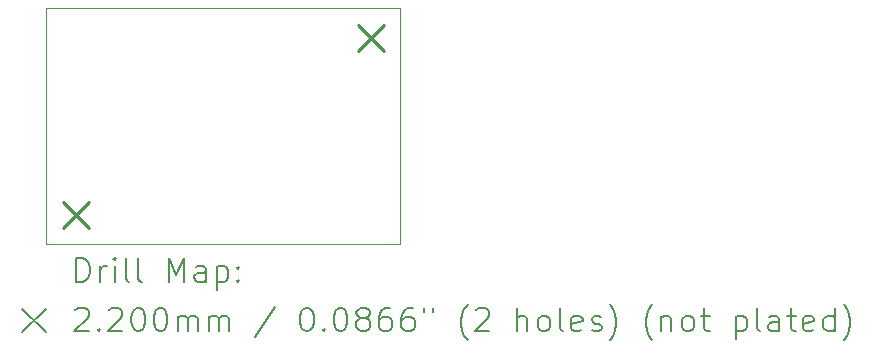
<source format=gbr>
%TF.GenerationSoftware,KiCad,Pcbnew,8.0.5*%
%TF.CreationDate,2024-10-20T21:33:04-07:00*%
%TF.ProjectId,bme688-ezzat-suhaime,626d6536-3838-42d6-957a-7a61742d7375,rev?*%
%TF.SameCoordinates,Original*%
%TF.FileFunction,Drillmap*%
%TF.FilePolarity,Positive*%
%FSLAX45Y45*%
G04 Gerber Fmt 4.5, Leading zero omitted, Abs format (unit mm)*
G04 Created by KiCad (PCBNEW 8.0.5) date 2024-10-20 21:33:04*
%MOMM*%
%LPD*%
G01*
G04 APERTURE LIST*
%ADD10C,0.100000*%
%ADD11C,0.200000*%
%ADD12C,0.220000*%
G04 APERTURE END LIST*
D10*
X21200000Y-8700000D02*
X24200000Y-8700000D01*
X24200000Y-10700000D01*
X21200000Y-10700000D01*
X21200000Y-8700000D01*
D11*
D12*
X21340000Y-10340000D02*
X21560000Y-10560000D01*
X21560000Y-10340000D02*
X21340000Y-10560000D01*
X23840000Y-8840000D02*
X24060000Y-9060000D01*
X24060000Y-8840000D02*
X23840000Y-9060000D01*
D11*
X21455777Y-11016484D02*
X21455777Y-10816484D01*
X21455777Y-10816484D02*
X21503396Y-10816484D01*
X21503396Y-10816484D02*
X21531967Y-10826008D01*
X21531967Y-10826008D02*
X21551015Y-10845055D01*
X21551015Y-10845055D02*
X21560539Y-10864103D01*
X21560539Y-10864103D02*
X21570063Y-10902198D01*
X21570063Y-10902198D02*
X21570063Y-10930770D01*
X21570063Y-10930770D02*
X21560539Y-10968865D01*
X21560539Y-10968865D02*
X21551015Y-10987912D01*
X21551015Y-10987912D02*
X21531967Y-11006960D01*
X21531967Y-11006960D02*
X21503396Y-11016484D01*
X21503396Y-11016484D02*
X21455777Y-11016484D01*
X21655777Y-11016484D02*
X21655777Y-10883150D01*
X21655777Y-10921246D02*
X21665301Y-10902198D01*
X21665301Y-10902198D02*
X21674824Y-10892674D01*
X21674824Y-10892674D02*
X21693872Y-10883150D01*
X21693872Y-10883150D02*
X21712920Y-10883150D01*
X21779586Y-11016484D02*
X21779586Y-10883150D01*
X21779586Y-10816484D02*
X21770063Y-10826008D01*
X21770063Y-10826008D02*
X21779586Y-10835531D01*
X21779586Y-10835531D02*
X21789110Y-10826008D01*
X21789110Y-10826008D02*
X21779586Y-10816484D01*
X21779586Y-10816484D02*
X21779586Y-10835531D01*
X21903396Y-11016484D02*
X21884348Y-11006960D01*
X21884348Y-11006960D02*
X21874824Y-10987912D01*
X21874824Y-10987912D02*
X21874824Y-10816484D01*
X22008158Y-11016484D02*
X21989110Y-11006960D01*
X21989110Y-11006960D02*
X21979586Y-10987912D01*
X21979586Y-10987912D02*
X21979586Y-10816484D01*
X22236729Y-11016484D02*
X22236729Y-10816484D01*
X22236729Y-10816484D02*
X22303396Y-10959341D01*
X22303396Y-10959341D02*
X22370062Y-10816484D01*
X22370062Y-10816484D02*
X22370062Y-11016484D01*
X22551015Y-11016484D02*
X22551015Y-10911722D01*
X22551015Y-10911722D02*
X22541491Y-10892674D01*
X22541491Y-10892674D02*
X22522443Y-10883150D01*
X22522443Y-10883150D02*
X22484348Y-10883150D01*
X22484348Y-10883150D02*
X22465301Y-10892674D01*
X22551015Y-11006960D02*
X22531967Y-11016484D01*
X22531967Y-11016484D02*
X22484348Y-11016484D01*
X22484348Y-11016484D02*
X22465301Y-11006960D01*
X22465301Y-11006960D02*
X22455777Y-10987912D01*
X22455777Y-10987912D02*
X22455777Y-10968865D01*
X22455777Y-10968865D02*
X22465301Y-10949817D01*
X22465301Y-10949817D02*
X22484348Y-10940293D01*
X22484348Y-10940293D02*
X22531967Y-10940293D01*
X22531967Y-10940293D02*
X22551015Y-10930770D01*
X22646253Y-10883150D02*
X22646253Y-11083150D01*
X22646253Y-10892674D02*
X22665301Y-10883150D01*
X22665301Y-10883150D02*
X22703396Y-10883150D01*
X22703396Y-10883150D02*
X22722443Y-10892674D01*
X22722443Y-10892674D02*
X22731967Y-10902198D01*
X22731967Y-10902198D02*
X22741491Y-10921246D01*
X22741491Y-10921246D02*
X22741491Y-10978389D01*
X22741491Y-10978389D02*
X22731967Y-10997436D01*
X22731967Y-10997436D02*
X22722443Y-11006960D01*
X22722443Y-11006960D02*
X22703396Y-11016484D01*
X22703396Y-11016484D02*
X22665301Y-11016484D01*
X22665301Y-11016484D02*
X22646253Y-11006960D01*
X22827205Y-10997436D02*
X22836729Y-11006960D01*
X22836729Y-11006960D02*
X22827205Y-11016484D01*
X22827205Y-11016484D02*
X22817682Y-11006960D01*
X22817682Y-11006960D02*
X22827205Y-10997436D01*
X22827205Y-10997436D02*
X22827205Y-11016484D01*
X22827205Y-10892674D02*
X22836729Y-10902198D01*
X22836729Y-10902198D02*
X22827205Y-10911722D01*
X22827205Y-10911722D02*
X22817682Y-10902198D01*
X22817682Y-10902198D02*
X22827205Y-10892674D01*
X22827205Y-10892674D02*
X22827205Y-10911722D01*
X20995000Y-11245000D02*
X21195000Y-11445000D01*
X21195000Y-11245000D02*
X20995000Y-11445000D01*
X21446253Y-11255531D02*
X21455777Y-11246008D01*
X21455777Y-11246008D02*
X21474824Y-11236484D01*
X21474824Y-11236484D02*
X21522444Y-11236484D01*
X21522444Y-11236484D02*
X21541491Y-11246008D01*
X21541491Y-11246008D02*
X21551015Y-11255531D01*
X21551015Y-11255531D02*
X21560539Y-11274579D01*
X21560539Y-11274579D02*
X21560539Y-11293627D01*
X21560539Y-11293627D02*
X21551015Y-11322198D01*
X21551015Y-11322198D02*
X21436729Y-11436484D01*
X21436729Y-11436484D02*
X21560539Y-11436484D01*
X21646253Y-11417436D02*
X21655777Y-11426960D01*
X21655777Y-11426960D02*
X21646253Y-11436484D01*
X21646253Y-11436484D02*
X21636729Y-11426960D01*
X21636729Y-11426960D02*
X21646253Y-11417436D01*
X21646253Y-11417436D02*
X21646253Y-11436484D01*
X21731967Y-11255531D02*
X21741491Y-11246008D01*
X21741491Y-11246008D02*
X21760539Y-11236484D01*
X21760539Y-11236484D02*
X21808158Y-11236484D01*
X21808158Y-11236484D02*
X21827205Y-11246008D01*
X21827205Y-11246008D02*
X21836729Y-11255531D01*
X21836729Y-11255531D02*
X21846253Y-11274579D01*
X21846253Y-11274579D02*
X21846253Y-11293627D01*
X21846253Y-11293627D02*
X21836729Y-11322198D01*
X21836729Y-11322198D02*
X21722444Y-11436484D01*
X21722444Y-11436484D02*
X21846253Y-11436484D01*
X21970063Y-11236484D02*
X21989110Y-11236484D01*
X21989110Y-11236484D02*
X22008158Y-11246008D01*
X22008158Y-11246008D02*
X22017682Y-11255531D01*
X22017682Y-11255531D02*
X22027205Y-11274579D01*
X22027205Y-11274579D02*
X22036729Y-11312674D01*
X22036729Y-11312674D02*
X22036729Y-11360293D01*
X22036729Y-11360293D02*
X22027205Y-11398388D01*
X22027205Y-11398388D02*
X22017682Y-11417436D01*
X22017682Y-11417436D02*
X22008158Y-11426960D01*
X22008158Y-11426960D02*
X21989110Y-11436484D01*
X21989110Y-11436484D02*
X21970063Y-11436484D01*
X21970063Y-11436484D02*
X21951015Y-11426960D01*
X21951015Y-11426960D02*
X21941491Y-11417436D01*
X21941491Y-11417436D02*
X21931967Y-11398388D01*
X21931967Y-11398388D02*
X21922444Y-11360293D01*
X21922444Y-11360293D02*
X21922444Y-11312674D01*
X21922444Y-11312674D02*
X21931967Y-11274579D01*
X21931967Y-11274579D02*
X21941491Y-11255531D01*
X21941491Y-11255531D02*
X21951015Y-11246008D01*
X21951015Y-11246008D02*
X21970063Y-11236484D01*
X22160539Y-11236484D02*
X22179586Y-11236484D01*
X22179586Y-11236484D02*
X22198634Y-11246008D01*
X22198634Y-11246008D02*
X22208158Y-11255531D01*
X22208158Y-11255531D02*
X22217682Y-11274579D01*
X22217682Y-11274579D02*
X22227205Y-11312674D01*
X22227205Y-11312674D02*
X22227205Y-11360293D01*
X22227205Y-11360293D02*
X22217682Y-11398388D01*
X22217682Y-11398388D02*
X22208158Y-11417436D01*
X22208158Y-11417436D02*
X22198634Y-11426960D01*
X22198634Y-11426960D02*
X22179586Y-11436484D01*
X22179586Y-11436484D02*
X22160539Y-11436484D01*
X22160539Y-11436484D02*
X22141491Y-11426960D01*
X22141491Y-11426960D02*
X22131967Y-11417436D01*
X22131967Y-11417436D02*
X22122444Y-11398388D01*
X22122444Y-11398388D02*
X22112920Y-11360293D01*
X22112920Y-11360293D02*
X22112920Y-11312674D01*
X22112920Y-11312674D02*
X22122444Y-11274579D01*
X22122444Y-11274579D02*
X22131967Y-11255531D01*
X22131967Y-11255531D02*
X22141491Y-11246008D01*
X22141491Y-11246008D02*
X22160539Y-11236484D01*
X22312920Y-11436484D02*
X22312920Y-11303150D01*
X22312920Y-11322198D02*
X22322444Y-11312674D01*
X22322444Y-11312674D02*
X22341491Y-11303150D01*
X22341491Y-11303150D02*
X22370063Y-11303150D01*
X22370063Y-11303150D02*
X22389110Y-11312674D01*
X22389110Y-11312674D02*
X22398634Y-11331722D01*
X22398634Y-11331722D02*
X22398634Y-11436484D01*
X22398634Y-11331722D02*
X22408158Y-11312674D01*
X22408158Y-11312674D02*
X22427205Y-11303150D01*
X22427205Y-11303150D02*
X22455777Y-11303150D01*
X22455777Y-11303150D02*
X22474824Y-11312674D01*
X22474824Y-11312674D02*
X22484348Y-11331722D01*
X22484348Y-11331722D02*
X22484348Y-11436484D01*
X22579586Y-11436484D02*
X22579586Y-11303150D01*
X22579586Y-11322198D02*
X22589110Y-11312674D01*
X22589110Y-11312674D02*
X22608158Y-11303150D01*
X22608158Y-11303150D02*
X22636729Y-11303150D01*
X22636729Y-11303150D02*
X22655777Y-11312674D01*
X22655777Y-11312674D02*
X22665301Y-11331722D01*
X22665301Y-11331722D02*
X22665301Y-11436484D01*
X22665301Y-11331722D02*
X22674824Y-11312674D01*
X22674824Y-11312674D02*
X22693872Y-11303150D01*
X22693872Y-11303150D02*
X22722443Y-11303150D01*
X22722443Y-11303150D02*
X22741491Y-11312674D01*
X22741491Y-11312674D02*
X22751015Y-11331722D01*
X22751015Y-11331722D02*
X22751015Y-11436484D01*
X23141491Y-11226960D02*
X22970063Y-11484103D01*
X23398634Y-11236484D02*
X23417682Y-11236484D01*
X23417682Y-11236484D02*
X23436729Y-11246008D01*
X23436729Y-11246008D02*
X23446253Y-11255531D01*
X23446253Y-11255531D02*
X23455777Y-11274579D01*
X23455777Y-11274579D02*
X23465301Y-11312674D01*
X23465301Y-11312674D02*
X23465301Y-11360293D01*
X23465301Y-11360293D02*
X23455777Y-11398388D01*
X23455777Y-11398388D02*
X23446253Y-11417436D01*
X23446253Y-11417436D02*
X23436729Y-11426960D01*
X23436729Y-11426960D02*
X23417682Y-11436484D01*
X23417682Y-11436484D02*
X23398634Y-11436484D01*
X23398634Y-11436484D02*
X23379586Y-11426960D01*
X23379586Y-11426960D02*
X23370063Y-11417436D01*
X23370063Y-11417436D02*
X23360539Y-11398388D01*
X23360539Y-11398388D02*
X23351015Y-11360293D01*
X23351015Y-11360293D02*
X23351015Y-11312674D01*
X23351015Y-11312674D02*
X23360539Y-11274579D01*
X23360539Y-11274579D02*
X23370063Y-11255531D01*
X23370063Y-11255531D02*
X23379586Y-11246008D01*
X23379586Y-11246008D02*
X23398634Y-11236484D01*
X23551015Y-11417436D02*
X23560539Y-11426960D01*
X23560539Y-11426960D02*
X23551015Y-11436484D01*
X23551015Y-11436484D02*
X23541491Y-11426960D01*
X23541491Y-11426960D02*
X23551015Y-11417436D01*
X23551015Y-11417436D02*
X23551015Y-11436484D01*
X23684348Y-11236484D02*
X23703396Y-11236484D01*
X23703396Y-11236484D02*
X23722444Y-11246008D01*
X23722444Y-11246008D02*
X23731967Y-11255531D01*
X23731967Y-11255531D02*
X23741491Y-11274579D01*
X23741491Y-11274579D02*
X23751015Y-11312674D01*
X23751015Y-11312674D02*
X23751015Y-11360293D01*
X23751015Y-11360293D02*
X23741491Y-11398388D01*
X23741491Y-11398388D02*
X23731967Y-11417436D01*
X23731967Y-11417436D02*
X23722444Y-11426960D01*
X23722444Y-11426960D02*
X23703396Y-11436484D01*
X23703396Y-11436484D02*
X23684348Y-11436484D01*
X23684348Y-11436484D02*
X23665301Y-11426960D01*
X23665301Y-11426960D02*
X23655777Y-11417436D01*
X23655777Y-11417436D02*
X23646253Y-11398388D01*
X23646253Y-11398388D02*
X23636729Y-11360293D01*
X23636729Y-11360293D02*
X23636729Y-11312674D01*
X23636729Y-11312674D02*
X23646253Y-11274579D01*
X23646253Y-11274579D02*
X23655777Y-11255531D01*
X23655777Y-11255531D02*
X23665301Y-11246008D01*
X23665301Y-11246008D02*
X23684348Y-11236484D01*
X23865301Y-11322198D02*
X23846253Y-11312674D01*
X23846253Y-11312674D02*
X23836729Y-11303150D01*
X23836729Y-11303150D02*
X23827206Y-11284103D01*
X23827206Y-11284103D02*
X23827206Y-11274579D01*
X23827206Y-11274579D02*
X23836729Y-11255531D01*
X23836729Y-11255531D02*
X23846253Y-11246008D01*
X23846253Y-11246008D02*
X23865301Y-11236484D01*
X23865301Y-11236484D02*
X23903396Y-11236484D01*
X23903396Y-11236484D02*
X23922444Y-11246008D01*
X23922444Y-11246008D02*
X23931967Y-11255531D01*
X23931967Y-11255531D02*
X23941491Y-11274579D01*
X23941491Y-11274579D02*
X23941491Y-11284103D01*
X23941491Y-11284103D02*
X23931967Y-11303150D01*
X23931967Y-11303150D02*
X23922444Y-11312674D01*
X23922444Y-11312674D02*
X23903396Y-11322198D01*
X23903396Y-11322198D02*
X23865301Y-11322198D01*
X23865301Y-11322198D02*
X23846253Y-11331722D01*
X23846253Y-11331722D02*
X23836729Y-11341246D01*
X23836729Y-11341246D02*
X23827206Y-11360293D01*
X23827206Y-11360293D02*
X23827206Y-11398388D01*
X23827206Y-11398388D02*
X23836729Y-11417436D01*
X23836729Y-11417436D02*
X23846253Y-11426960D01*
X23846253Y-11426960D02*
X23865301Y-11436484D01*
X23865301Y-11436484D02*
X23903396Y-11436484D01*
X23903396Y-11436484D02*
X23922444Y-11426960D01*
X23922444Y-11426960D02*
X23931967Y-11417436D01*
X23931967Y-11417436D02*
X23941491Y-11398388D01*
X23941491Y-11398388D02*
X23941491Y-11360293D01*
X23941491Y-11360293D02*
X23931967Y-11341246D01*
X23931967Y-11341246D02*
X23922444Y-11331722D01*
X23922444Y-11331722D02*
X23903396Y-11322198D01*
X24112920Y-11236484D02*
X24074825Y-11236484D01*
X24074825Y-11236484D02*
X24055777Y-11246008D01*
X24055777Y-11246008D02*
X24046253Y-11255531D01*
X24046253Y-11255531D02*
X24027206Y-11284103D01*
X24027206Y-11284103D02*
X24017682Y-11322198D01*
X24017682Y-11322198D02*
X24017682Y-11398388D01*
X24017682Y-11398388D02*
X24027206Y-11417436D01*
X24027206Y-11417436D02*
X24036729Y-11426960D01*
X24036729Y-11426960D02*
X24055777Y-11436484D01*
X24055777Y-11436484D02*
X24093872Y-11436484D01*
X24093872Y-11436484D02*
X24112920Y-11426960D01*
X24112920Y-11426960D02*
X24122444Y-11417436D01*
X24122444Y-11417436D02*
X24131967Y-11398388D01*
X24131967Y-11398388D02*
X24131967Y-11350769D01*
X24131967Y-11350769D02*
X24122444Y-11331722D01*
X24122444Y-11331722D02*
X24112920Y-11322198D01*
X24112920Y-11322198D02*
X24093872Y-11312674D01*
X24093872Y-11312674D02*
X24055777Y-11312674D01*
X24055777Y-11312674D02*
X24036729Y-11322198D01*
X24036729Y-11322198D02*
X24027206Y-11331722D01*
X24027206Y-11331722D02*
X24017682Y-11350769D01*
X24303396Y-11236484D02*
X24265301Y-11236484D01*
X24265301Y-11236484D02*
X24246253Y-11246008D01*
X24246253Y-11246008D02*
X24236729Y-11255531D01*
X24236729Y-11255531D02*
X24217682Y-11284103D01*
X24217682Y-11284103D02*
X24208158Y-11322198D01*
X24208158Y-11322198D02*
X24208158Y-11398388D01*
X24208158Y-11398388D02*
X24217682Y-11417436D01*
X24217682Y-11417436D02*
X24227206Y-11426960D01*
X24227206Y-11426960D02*
X24246253Y-11436484D01*
X24246253Y-11436484D02*
X24284348Y-11436484D01*
X24284348Y-11436484D02*
X24303396Y-11426960D01*
X24303396Y-11426960D02*
X24312920Y-11417436D01*
X24312920Y-11417436D02*
X24322444Y-11398388D01*
X24322444Y-11398388D02*
X24322444Y-11350769D01*
X24322444Y-11350769D02*
X24312920Y-11331722D01*
X24312920Y-11331722D02*
X24303396Y-11322198D01*
X24303396Y-11322198D02*
X24284348Y-11312674D01*
X24284348Y-11312674D02*
X24246253Y-11312674D01*
X24246253Y-11312674D02*
X24227206Y-11322198D01*
X24227206Y-11322198D02*
X24217682Y-11331722D01*
X24217682Y-11331722D02*
X24208158Y-11350769D01*
X24398634Y-11236484D02*
X24398634Y-11274579D01*
X24474825Y-11236484D02*
X24474825Y-11274579D01*
X24770063Y-11512674D02*
X24760539Y-11503150D01*
X24760539Y-11503150D02*
X24741491Y-11474579D01*
X24741491Y-11474579D02*
X24731968Y-11455531D01*
X24731968Y-11455531D02*
X24722444Y-11426960D01*
X24722444Y-11426960D02*
X24712920Y-11379341D01*
X24712920Y-11379341D02*
X24712920Y-11341246D01*
X24712920Y-11341246D02*
X24722444Y-11293627D01*
X24722444Y-11293627D02*
X24731968Y-11265055D01*
X24731968Y-11265055D02*
X24741491Y-11246008D01*
X24741491Y-11246008D02*
X24760539Y-11217436D01*
X24760539Y-11217436D02*
X24770063Y-11207912D01*
X24836729Y-11255531D02*
X24846253Y-11246008D01*
X24846253Y-11246008D02*
X24865301Y-11236484D01*
X24865301Y-11236484D02*
X24912920Y-11236484D01*
X24912920Y-11236484D02*
X24931968Y-11246008D01*
X24931968Y-11246008D02*
X24941491Y-11255531D01*
X24941491Y-11255531D02*
X24951015Y-11274579D01*
X24951015Y-11274579D02*
X24951015Y-11293627D01*
X24951015Y-11293627D02*
X24941491Y-11322198D01*
X24941491Y-11322198D02*
X24827206Y-11436484D01*
X24827206Y-11436484D02*
X24951015Y-11436484D01*
X25189110Y-11436484D02*
X25189110Y-11236484D01*
X25274825Y-11436484D02*
X25274825Y-11331722D01*
X25274825Y-11331722D02*
X25265301Y-11312674D01*
X25265301Y-11312674D02*
X25246253Y-11303150D01*
X25246253Y-11303150D02*
X25217682Y-11303150D01*
X25217682Y-11303150D02*
X25198634Y-11312674D01*
X25198634Y-11312674D02*
X25189110Y-11322198D01*
X25398634Y-11436484D02*
X25379587Y-11426960D01*
X25379587Y-11426960D02*
X25370063Y-11417436D01*
X25370063Y-11417436D02*
X25360539Y-11398388D01*
X25360539Y-11398388D02*
X25360539Y-11341246D01*
X25360539Y-11341246D02*
X25370063Y-11322198D01*
X25370063Y-11322198D02*
X25379587Y-11312674D01*
X25379587Y-11312674D02*
X25398634Y-11303150D01*
X25398634Y-11303150D02*
X25427206Y-11303150D01*
X25427206Y-11303150D02*
X25446253Y-11312674D01*
X25446253Y-11312674D02*
X25455777Y-11322198D01*
X25455777Y-11322198D02*
X25465301Y-11341246D01*
X25465301Y-11341246D02*
X25465301Y-11398388D01*
X25465301Y-11398388D02*
X25455777Y-11417436D01*
X25455777Y-11417436D02*
X25446253Y-11426960D01*
X25446253Y-11426960D02*
X25427206Y-11436484D01*
X25427206Y-11436484D02*
X25398634Y-11436484D01*
X25579587Y-11436484D02*
X25560539Y-11426960D01*
X25560539Y-11426960D02*
X25551015Y-11407912D01*
X25551015Y-11407912D02*
X25551015Y-11236484D01*
X25731968Y-11426960D02*
X25712920Y-11436484D01*
X25712920Y-11436484D02*
X25674825Y-11436484D01*
X25674825Y-11436484D02*
X25655777Y-11426960D01*
X25655777Y-11426960D02*
X25646253Y-11407912D01*
X25646253Y-11407912D02*
X25646253Y-11331722D01*
X25646253Y-11331722D02*
X25655777Y-11312674D01*
X25655777Y-11312674D02*
X25674825Y-11303150D01*
X25674825Y-11303150D02*
X25712920Y-11303150D01*
X25712920Y-11303150D02*
X25731968Y-11312674D01*
X25731968Y-11312674D02*
X25741491Y-11331722D01*
X25741491Y-11331722D02*
X25741491Y-11350769D01*
X25741491Y-11350769D02*
X25646253Y-11369817D01*
X25817682Y-11426960D02*
X25836730Y-11436484D01*
X25836730Y-11436484D02*
X25874825Y-11436484D01*
X25874825Y-11436484D02*
X25893872Y-11426960D01*
X25893872Y-11426960D02*
X25903396Y-11407912D01*
X25903396Y-11407912D02*
X25903396Y-11398388D01*
X25903396Y-11398388D02*
X25893872Y-11379341D01*
X25893872Y-11379341D02*
X25874825Y-11369817D01*
X25874825Y-11369817D02*
X25846253Y-11369817D01*
X25846253Y-11369817D02*
X25827206Y-11360293D01*
X25827206Y-11360293D02*
X25817682Y-11341246D01*
X25817682Y-11341246D02*
X25817682Y-11331722D01*
X25817682Y-11331722D02*
X25827206Y-11312674D01*
X25827206Y-11312674D02*
X25846253Y-11303150D01*
X25846253Y-11303150D02*
X25874825Y-11303150D01*
X25874825Y-11303150D02*
X25893872Y-11312674D01*
X25970063Y-11512674D02*
X25979587Y-11503150D01*
X25979587Y-11503150D02*
X25998634Y-11474579D01*
X25998634Y-11474579D02*
X26008158Y-11455531D01*
X26008158Y-11455531D02*
X26017682Y-11426960D01*
X26017682Y-11426960D02*
X26027206Y-11379341D01*
X26027206Y-11379341D02*
X26027206Y-11341246D01*
X26027206Y-11341246D02*
X26017682Y-11293627D01*
X26017682Y-11293627D02*
X26008158Y-11265055D01*
X26008158Y-11265055D02*
X25998634Y-11246008D01*
X25998634Y-11246008D02*
X25979587Y-11217436D01*
X25979587Y-11217436D02*
X25970063Y-11207912D01*
X26331968Y-11512674D02*
X26322444Y-11503150D01*
X26322444Y-11503150D02*
X26303396Y-11474579D01*
X26303396Y-11474579D02*
X26293872Y-11455531D01*
X26293872Y-11455531D02*
X26284349Y-11426960D01*
X26284349Y-11426960D02*
X26274825Y-11379341D01*
X26274825Y-11379341D02*
X26274825Y-11341246D01*
X26274825Y-11341246D02*
X26284349Y-11293627D01*
X26284349Y-11293627D02*
X26293872Y-11265055D01*
X26293872Y-11265055D02*
X26303396Y-11246008D01*
X26303396Y-11246008D02*
X26322444Y-11217436D01*
X26322444Y-11217436D02*
X26331968Y-11207912D01*
X26408158Y-11303150D02*
X26408158Y-11436484D01*
X26408158Y-11322198D02*
X26417682Y-11312674D01*
X26417682Y-11312674D02*
X26436730Y-11303150D01*
X26436730Y-11303150D02*
X26465301Y-11303150D01*
X26465301Y-11303150D02*
X26484349Y-11312674D01*
X26484349Y-11312674D02*
X26493872Y-11331722D01*
X26493872Y-11331722D02*
X26493872Y-11436484D01*
X26617682Y-11436484D02*
X26598634Y-11426960D01*
X26598634Y-11426960D02*
X26589111Y-11417436D01*
X26589111Y-11417436D02*
X26579587Y-11398388D01*
X26579587Y-11398388D02*
X26579587Y-11341246D01*
X26579587Y-11341246D02*
X26589111Y-11322198D01*
X26589111Y-11322198D02*
X26598634Y-11312674D01*
X26598634Y-11312674D02*
X26617682Y-11303150D01*
X26617682Y-11303150D02*
X26646253Y-11303150D01*
X26646253Y-11303150D02*
X26665301Y-11312674D01*
X26665301Y-11312674D02*
X26674825Y-11322198D01*
X26674825Y-11322198D02*
X26684349Y-11341246D01*
X26684349Y-11341246D02*
X26684349Y-11398388D01*
X26684349Y-11398388D02*
X26674825Y-11417436D01*
X26674825Y-11417436D02*
X26665301Y-11426960D01*
X26665301Y-11426960D02*
X26646253Y-11436484D01*
X26646253Y-11436484D02*
X26617682Y-11436484D01*
X26741492Y-11303150D02*
X26817682Y-11303150D01*
X26770063Y-11236484D02*
X26770063Y-11407912D01*
X26770063Y-11407912D02*
X26779587Y-11426960D01*
X26779587Y-11426960D02*
X26798634Y-11436484D01*
X26798634Y-11436484D02*
X26817682Y-11436484D01*
X27036730Y-11303150D02*
X27036730Y-11503150D01*
X27036730Y-11312674D02*
X27055777Y-11303150D01*
X27055777Y-11303150D02*
X27093873Y-11303150D01*
X27093873Y-11303150D02*
X27112920Y-11312674D01*
X27112920Y-11312674D02*
X27122444Y-11322198D01*
X27122444Y-11322198D02*
X27131968Y-11341246D01*
X27131968Y-11341246D02*
X27131968Y-11398388D01*
X27131968Y-11398388D02*
X27122444Y-11417436D01*
X27122444Y-11417436D02*
X27112920Y-11426960D01*
X27112920Y-11426960D02*
X27093873Y-11436484D01*
X27093873Y-11436484D02*
X27055777Y-11436484D01*
X27055777Y-11436484D02*
X27036730Y-11426960D01*
X27246253Y-11436484D02*
X27227206Y-11426960D01*
X27227206Y-11426960D02*
X27217682Y-11407912D01*
X27217682Y-11407912D02*
X27217682Y-11236484D01*
X27408158Y-11436484D02*
X27408158Y-11331722D01*
X27408158Y-11331722D02*
X27398634Y-11312674D01*
X27398634Y-11312674D02*
X27379587Y-11303150D01*
X27379587Y-11303150D02*
X27341492Y-11303150D01*
X27341492Y-11303150D02*
X27322444Y-11312674D01*
X27408158Y-11426960D02*
X27389111Y-11436484D01*
X27389111Y-11436484D02*
X27341492Y-11436484D01*
X27341492Y-11436484D02*
X27322444Y-11426960D01*
X27322444Y-11426960D02*
X27312920Y-11407912D01*
X27312920Y-11407912D02*
X27312920Y-11388865D01*
X27312920Y-11388865D02*
X27322444Y-11369817D01*
X27322444Y-11369817D02*
X27341492Y-11360293D01*
X27341492Y-11360293D02*
X27389111Y-11360293D01*
X27389111Y-11360293D02*
X27408158Y-11350769D01*
X27474825Y-11303150D02*
X27551015Y-11303150D01*
X27503396Y-11236484D02*
X27503396Y-11407912D01*
X27503396Y-11407912D02*
X27512920Y-11426960D01*
X27512920Y-11426960D02*
X27531968Y-11436484D01*
X27531968Y-11436484D02*
X27551015Y-11436484D01*
X27693873Y-11426960D02*
X27674825Y-11436484D01*
X27674825Y-11436484D02*
X27636730Y-11436484D01*
X27636730Y-11436484D02*
X27617682Y-11426960D01*
X27617682Y-11426960D02*
X27608158Y-11407912D01*
X27608158Y-11407912D02*
X27608158Y-11331722D01*
X27608158Y-11331722D02*
X27617682Y-11312674D01*
X27617682Y-11312674D02*
X27636730Y-11303150D01*
X27636730Y-11303150D02*
X27674825Y-11303150D01*
X27674825Y-11303150D02*
X27693873Y-11312674D01*
X27693873Y-11312674D02*
X27703396Y-11331722D01*
X27703396Y-11331722D02*
X27703396Y-11350769D01*
X27703396Y-11350769D02*
X27608158Y-11369817D01*
X27874825Y-11436484D02*
X27874825Y-11236484D01*
X27874825Y-11426960D02*
X27855777Y-11436484D01*
X27855777Y-11436484D02*
X27817682Y-11436484D01*
X27817682Y-11436484D02*
X27798634Y-11426960D01*
X27798634Y-11426960D02*
X27789111Y-11417436D01*
X27789111Y-11417436D02*
X27779587Y-11398388D01*
X27779587Y-11398388D02*
X27779587Y-11341246D01*
X27779587Y-11341246D02*
X27789111Y-11322198D01*
X27789111Y-11322198D02*
X27798634Y-11312674D01*
X27798634Y-11312674D02*
X27817682Y-11303150D01*
X27817682Y-11303150D02*
X27855777Y-11303150D01*
X27855777Y-11303150D02*
X27874825Y-11312674D01*
X27951015Y-11512674D02*
X27960539Y-11503150D01*
X27960539Y-11503150D02*
X27979587Y-11474579D01*
X27979587Y-11474579D02*
X27989111Y-11455531D01*
X27989111Y-11455531D02*
X27998634Y-11426960D01*
X27998634Y-11426960D02*
X28008158Y-11379341D01*
X28008158Y-11379341D02*
X28008158Y-11341246D01*
X28008158Y-11341246D02*
X27998634Y-11293627D01*
X27998634Y-11293627D02*
X27989111Y-11265055D01*
X27989111Y-11265055D02*
X27979587Y-11246008D01*
X27979587Y-11246008D02*
X27960539Y-11217436D01*
X27960539Y-11217436D02*
X27951015Y-11207912D01*
M02*

</source>
